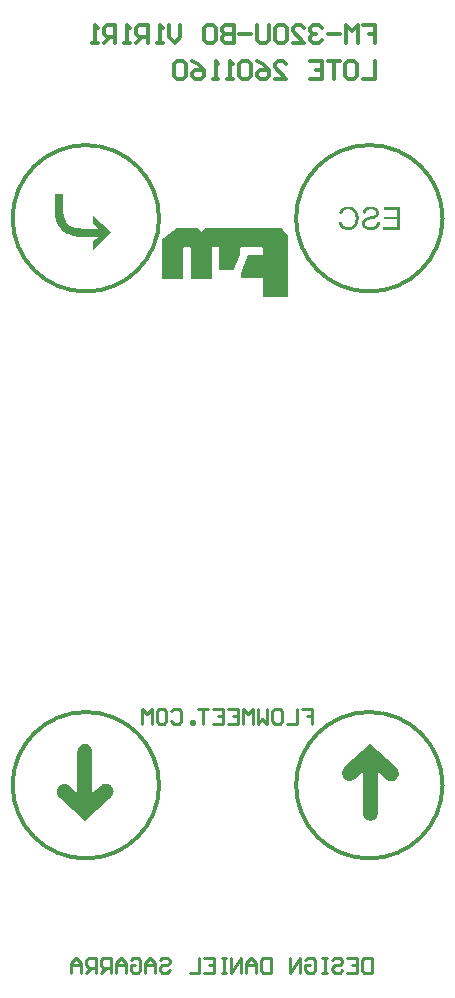
<source format=gbo>
G04*
G04 #@! TF.GenerationSoftware,Altium Limited,Altium Designer,21.4.1 (30)*
G04*
G04 Layer_Color=32896*
%FSLAX25Y25*%
%MOIN*%
G70*
G04*
G04 #@! TF.SameCoordinates,2C669462-4CAA-4C00-817C-2A90AA7F7E81*
G04*
G04*
G04 #@! TF.FilePolarity,Positive*
G04*
G01*
G75*
%ADD10C,0.01181*%
%ADD12C,0.00984*%
G36*
X-7405Y91092D02*
X-7632D01*
Y91054D01*
X-7670D01*
Y91016D01*
X-7708D01*
Y90978D01*
X-7746D01*
Y90940D01*
X-7784D01*
Y90903D01*
X-7822D01*
Y90865D01*
X-7859D01*
Y90827D01*
X-7897D01*
Y90789D01*
X-7935D01*
Y90751D01*
X-7973D01*
Y90714D01*
X-8011D01*
Y90676D01*
X-8049D01*
Y90638D01*
X-8087D01*
Y90600D01*
X-8124D01*
Y90562D01*
X-8162D01*
Y90524D01*
X-8200D01*
Y90487D01*
X-8238D01*
Y90449D01*
X-8276D01*
Y90411D01*
X-8314D01*
Y90373D01*
X-8351D01*
Y90335D01*
X-8389D01*
Y90297D01*
X-8465D01*
Y90259D01*
X-8503D01*
Y90222D01*
X-8541D01*
Y90184D01*
X-8578D01*
Y90146D01*
X-8616D01*
Y90108D01*
X-8654D01*
Y90070D01*
X-8692D01*
Y90032D01*
X-8730D01*
Y89995D01*
X-8805D01*
Y90032D01*
X-8843D01*
Y90070D01*
X-8881D01*
Y90108D01*
X-8919D01*
Y90146D01*
X-8957D01*
Y90184D01*
X-8995D01*
Y90222D01*
X-9032D01*
Y90259D01*
X-9070D01*
Y90297D01*
X-9108D01*
Y90335D01*
X-9146D01*
Y90373D01*
X-9184D01*
Y90411D01*
X-9222D01*
Y90449D01*
X-9260D01*
Y90487D01*
X-9297D01*
Y90524D01*
X-9335D01*
Y90562D01*
X-9373D01*
Y90600D01*
X-9411D01*
Y90638D01*
X-9449D01*
Y90676D01*
X-9487D01*
Y90714D01*
X-9562D01*
Y90751D01*
X-9600D01*
Y90789D01*
X-9638D01*
Y90827D01*
X-9676D01*
Y90865D01*
X-9713D01*
Y90903D01*
X-9751D01*
Y90940D01*
X-9789D01*
Y90978D01*
X-9827D01*
Y91016D01*
X-9865D01*
Y91054D01*
X-9903D01*
Y91092D01*
X-17205D01*
Y91054D01*
X-17243D01*
Y91016D01*
X-17281D01*
Y90978D01*
X-17357D01*
Y90940D01*
X-17395D01*
Y90903D01*
X-17432D01*
Y90865D01*
X-17470D01*
Y90827D01*
X-17546D01*
Y90789D01*
X-17584D01*
Y90751D01*
X-17622D01*
Y90714D01*
X-17660D01*
Y90676D01*
X-17735D01*
Y90638D01*
X-17773D01*
Y90600D01*
X-17811D01*
Y90562D01*
X-17849D01*
Y90524D01*
X-17924D01*
Y90487D01*
X-17962D01*
Y90449D01*
X-18000D01*
Y90411D01*
X-18038D01*
Y90373D01*
X-18113D01*
Y90335D01*
X-18151D01*
Y90297D01*
X-18189D01*
Y90259D01*
X-18227D01*
Y90222D01*
X-18303D01*
Y90184D01*
X-18340D01*
Y90146D01*
X-18378D01*
Y90108D01*
X-18416D01*
Y90070D01*
X-18492D01*
Y90032D01*
X-18530D01*
Y89995D01*
X-18568D01*
Y89957D01*
X-18605D01*
Y89919D01*
X-18681D01*
Y89881D01*
X-18719D01*
Y89843D01*
X-18757D01*
Y89805D01*
X-18795D01*
Y89768D01*
X-18870D01*
Y89730D01*
X-18908D01*
Y89692D01*
X-18946D01*
Y89654D01*
X-18984D01*
Y89616D01*
X-19060D01*
Y89578D01*
X-19097D01*
Y89540D01*
X-19135D01*
Y89503D01*
X-19173D01*
Y89465D01*
X-19249D01*
Y89427D01*
X-19286D01*
Y89389D01*
X-19324D01*
Y89351D01*
X-19400D01*
Y89314D01*
X-19438D01*
Y89276D01*
X-19476D01*
Y89238D01*
X-19513D01*
Y89200D01*
X-19589D01*
Y89162D01*
X-19627D01*
Y89124D01*
X-19665D01*
Y89087D01*
X-19703D01*
Y89049D01*
X-19778D01*
Y89011D01*
X-19816D01*
Y88973D01*
X-19854D01*
Y88935D01*
X-19892D01*
Y88897D01*
X-19968D01*
Y88859D01*
X-20005D01*
Y88822D01*
X-20043D01*
Y88784D01*
X-20081D01*
Y88746D01*
X-20157D01*
Y88708D01*
X-20195D01*
Y88670D01*
X-20232D01*
Y88632D01*
X-20270D01*
Y88595D01*
X-20346D01*
Y88557D01*
X-20384D01*
Y88519D01*
X-20422D01*
Y88481D01*
X-20459D01*
Y88443D01*
X-20535D01*
Y88405D01*
X-20573D01*
Y88368D01*
X-20611D01*
Y88330D01*
X-20649D01*
Y88292D01*
X-20724D01*
Y88254D01*
X-20762D01*
Y88216D01*
X-20800D01*
Y88178D01*
X-20838D01*
Y88140D01*
X-20913D01*
Y88103D01*
X-20951D01*
Y88065D01*
X-20989D01*
Y88027D01*
X-21027D01*
Y87989D01*
X-21103D01*
Y87951D01*
X-21140D01*
Y87914D01*
X-21178D01*
Y87876D01*
X-21216D01*
Y87838D01*
X-21292D01*
Y87800D01*
X-21330D01*
Y87762D01*
X-21368D01*
Y87724D01*
X-21405D01*
Y87687D01*
X-21481D01*
Y87649D01*
X-21519D01*
Y87611D01*
X-21557D01*
Y87573D01*
X-21632D01*
Y87535D01*
X-21670D01*
Y87497D01*
X-21708D01*
Y87459D01*
X-21746D01*
Y87422D01*
X-21784D01*
Y74216D01*
X-14822D01*
Y74254D01*
X-14784D01*
Y84546D01*
X-14746D01*
Y84584D01*
X-14708D01*
Y84622D01*
X-14670D01*
Y84659D01*
X-14632D01*
Y84697D01*
X-14595D01*
Y84735D01*
X-14557D01*
Y84773D01*
X-14519D01*
Y84811D01*
X-14481D01*
Y84849D01*
X-14443D01*
Y84886D01*
X-14405D01*
Y84924D01*
X-14368D01*
Y85000D01*
X-12741D01*
Y84962D01*
X-12703D01*
Y84924D01*
X-12665D01*
Y84886D01*
X-12627D01*
Y84849D01*
X-12589D01*
Y84811D01*
X-12551D01*
Y84773D01*
X-12514D01*
Y84735D01*
X-12476D01*
Y84697D01*
X-12438D01*
Y84659D01*
X-12400D01*
Y84622D01*
X-12362D01*
Y84584D01*
X-12324D01*
Y84546D01*
X-12286D01*
Y84508D01*
X-12249D01*
Y74216D01*
X-5324D01*
Y84508D01*
X-5286D01*
Y84546D01*
X-5249D01*
Y84584D01*
X-5211D01*
Y84622D01*
X-5173D01*
Y84659D01*
X-5135D01*
Y84697D01*
X-5097D01*
Y84735D01*
X-5060D01*
Y84773D01*
X-5022D01*
Y84811D01*
X-4984D01*
Y84849D01*
X-4946D01*
Y84886D01*
X-4908D01*
Y84924D01*
X-4870D01*
Y84962D01*
X-4832D01*
Y85000D01*
X-3168D01*
Y84962D01*
X-3130D01*
Y84924D01*
X-3092D01*
Y84886D01*
X-3054D01*
Y84849D01*
X-3016D01*
Y84811D01*
X-2978D01*
Y84773D01*
X-2941D01*
Y84735D01*
X-2903D01*
Y84697D01*
X-2865D01*
Y84659D01*
X-2827D01*
Y84622D01*
X-2789D01*
Y84584D01*
X-2751D01*
Y84546D01*
X-2713D01*
Y77281D01*
X2016D01*
Y77319D01*
X2054D01*
Y77432D01*
X2092D01*
Y77508D01*
X2130D01*
Y77622D01*
X2168D01*
Y77697D01*
X2205D01*
Y77773D01*
X2243D01*
Y77886D01*
X2281D01*
Y77962D01*
X2319D01*
Y78038D01*
X2357D01*
Y78151D01*
X2395D01*
Y78227D01*
X2432D01*
Y78341D01*
X2470D01*
Y78416D01*
X2508D01*
Y78492D01*
X2546D01*
Y78605D01*
X2584D01*
Y78681D01*
X2622D01*
Y78757D01*
X2659D01*
Y78870D01*
X2697D01*
Y78946D01*
X2735D01*
Y79022D01*
X2773D01*
Y79135D01*
X2811D01*
Y79211D01*
X2849D01*
Y79324D01*
X2887D01*
Y79400D01*
X2924D01*
Y79476D01*
X2962D01*
Y79589D01*
X3000D01*
Y79665D01*
X3038D01*
Y79741D01*
X3076D01*
Y79854D01*
X3114D01*
Y79930D01*
X3151D01*
Y80043D01*
X3189D01*
Y80119D01*
X3227D01*
Y80195D01*
X3265D01*
Y80308D01*
X3303D01*
Y80384D01*
X3340D01*
Y80459D01*
X3378D01*
Y80573D01*
X3416D01*
Y80649D01*
X3454D01*
Y80762D01*
X3492D01*
Y80838D01*
X3530D01*
Y80914D01*
X3568D01*
Y81027D01*
X3605D01*
Y81103D01*
X3643D01*
Y81178D01*
X3681D01*
Y81292D01*
X3719D01*
Y81368D01*
X3757D01*
Y81481D01*
X3795D01*
Y81557D01*
X3832D01*
Y81632D01*
X3870D01*
Y81746D01*
X3908D01*
Y81822D01*
X3946D01*
Y81897D01*
X3984D01*
Y82011D01*
X4022D01*
Y82086D01*
X4059D01*
Y82162D01*
X4097D01*
Y82276D01*
X4135D01*
Y82351D01*
X4173D01*
Y84395D01*
X4211D01*
Y84432D01*
X4249D01*
Y84470D01*
X4287D01*
Y84508D01*
X4324D01*
Y84546D01*
X4362D01*
Y84584D01*
X4400D01*
Y84622D01*
X4438D01*
Y84659D01*
X4476D01*
Y84697D01*
X4513D01*
Y84735D01*
X4551D01*
Y84773D01*
X4589D01*
Y84811D01*
X4627D01*
Y84849D01*
X4665D01*
Y84886D01*
X4703D01*
Y84924D01*
X4741D01*
Y84962D01*
X4778D01*
Y85000D01*
X11362D01*
Y84962D01*
X11400D01*
Y84924D01*
X11438D01*
Y84886D01*
X11476D01*
Y84849D01*
X11513D01*
Y84811D01*
X11551D01*
Y84773D01*
X11589D01*
Y84735D01*
X11627D01*
Y84697D01*
X11665D01*
Y84659D01*
X11703D01*
Y84622D01*
X11740D01*
Y84584D01*
X11778D01*
Y84508D01*
X11816D01*
Y84470D01*
X11854D01*
Y84432D01*
X11892D01*
Y84395D01*
X11930D01*
Y82351D01*
X6822D01*
Y82314D01*
X6784D01*
Y82200D01*
X6746D01*
Y82124D01*
X6708D01*
Y82011D01*
X6670D01*
Y81897D01*
X6632D01*
Y81822D01*
X6595D01*
Y81708D01*
X6557D01*
Y81632D01*
X6519D01*
Y81519D01*
X6481D01*
Y81405D01*
X6443D01*
Y81330D01*
X6405D01*
Y81216D01*
X6368D01*
Y81141D01*
X6330D01*
Y81027D01*
X6292D01*
Y80914D01*
X6254D01*
Y80838D01*
X6216D01*
Y80724D01*
X6178D01*
Y80649D01*
X6140D01*
Y80535D01*
X6103D01*
Y80422D01*
X6065D01*
Y80346D01*
X6027D01*
Y80232D01*
X5989D01*
Y80157D01*
X5951D01*
Y80043D01*
X5914D01*
Y79930D01*
X5876D01*
Y79854D01*
X5838D01*
Y79741D01*
X5800D01*
Y79627D01*
X5762D01*
Y79551D01*
X5724D01*
Y79438D01*
X5686D01*
Y79362D01*
X5649D01*
Y79249D01*
X5611D01*
Y79135D01*
X5573D01*
Y79059D01*
X5535D01*
Y78946D01*
X5497D01*
Y78870D01*
X5459D01*
Y78757D01*
X5422D01*
Y78643D01*
X5384D01*
Y78568D01*
X5346D01*
Y78454D01*
X5308D01*
Y78378D01*
X5270D01*
Y78265D01*
X5232D01*
Y78151D01*
X5195D01*
Y78076D01*
X5157D01*
Y77962D01*
X5119D01*
Y77886D01*
X5081D01*
Y77773D01*
X5043D01*
Y77659D01*
X5005D01*
Y77584D01*
X4968D01*
Y77470D01*
X4930D01*
Y77395D01*
X4892D01*
Y77281D01*
X4854D01*
Y77168D01*
X4816D01*
Y77092D01*
X4778D01*
Y76978D01*
X4741D01*
Y76903D01*
X4703D01*
Y76789D01*
X4665D01*
Y76676D01*
X4627D01*
Y76600D01*
X4589D01*
Y76486D01*
X4551D01*
Y74557D01*
X4589D01*
Y74519D01*
X11854D01*
Y68276D01*
X20178D01*
Y88632D01*
X20141D01*
Y88670D01*
X20103D01*
Y88708D01*
X20065D01*
Y88784D01*
X20027D01*
Y88822D01*
X19989D01*
Y88859D01*
X19951D01*
Y88897D01*
X19914D01*
Y88935D01*
X19876D01*
Y88973D01*
X19838D01*
Y89049D01*
X19800D01*
Y89087D01*
X19762D01*
Y89124D01*
X19724D01*
Y89162D01*
X19687D01*
Y89200D01*
X19649D01*
Y89238D01*
X19611D01*
Y89314D01*
X19573D01*
Y89351D01*
X19535D01*
Y89389D01*
X19497D01*
Y89427D01*
X19459D01*
Y89465D01*
X19422D01*
Y89540D01*
X19384D01*
Y89578D01*
X19346D01*
Y89616D01*
X19308D01*
Y89654D01*
X19270D01*
Y89692D01*
X19232D01*
Y89730D01*
X19195D01*
Y89805D01*
X19157D01*
Y89843D01*
X19119D01*
Y89881D01*
X19081D01*
Y89919D01*
X19043D01*
Y89957D01*
X19005D01*
Y89995D01*
X18968D01*
Y90070D01*
X18930D01*
Y90108D01*
X18892D01*
Y90146D01*
X18854D01*
Y90184D01*
X18816D01*
Y90222D01*
X18778D01*
Y90297D01*
X18741D01*
Y90335D01*
X18703D01*
Y90373D01*
X18665D01*
Y90411D01*
X18627D01*
Y90449D01*
X18589D01*
Y90487D01*
X18551D01*
Y90562D01*
X18514D01*
Y90600D01*
X18476D01*
Y90638D01*
X18438D01*
Y90676D01*
X18400D01*
Y90714D01*
X18362D01*
Y90751D01*
X18324D01*
Y90827D01*
X18286D01*
Y90865D01*
X18249D01*
Y90903D01*
X18211D01*
Y90940D01*
X18173D01*
Y90978D01*
X18135D01*
Y91016D01*
X18097D01*
Y91092D01*
X-7368D01*
X-7405D01*
D02*
G37*
G36*
X-54803Y97287D02*
Y96686D01*
X-54748Y96139D01*
X-54638Y95647D01*
X-54584Y95209D01*
X-54474Y94881D01*
X-54365Y94608D01*
X-54310Y94444D01*
Y94389D01*
X-53928Y93569D01*
X-53709Y93241D01*
X-53545Y92967D01*
X-53326Y92749D01*
X-53217Y92585D01*
X-53107Y92475D01*
X-53053Y92421D01*
X-52397Y91983D01*
X-51686Y91655D01*
X-51412Y91546D01*
X-51194Y91436D01*
X-51030Y91382D01*
X-50975D01*
X-49991Y91218D01*
X-49553Y91108D01*
X-49061D01*
X-48678Y91054D01*
X-42882D01*
X-44796Y92475D01*
Y95319D01*
X-39000Y89796D01*
Y89468D01*
X-44796Y84000D01*
Y86789D01*
X-42828Y88265D01*
X-48132D01*
X-49499Y88320D01*
X-50100Y88374D01*
X-50592Y88484D01*
X-51030Y88538D01*
X-51412Y88593D01*
X-51631Y88648D01*
X-51686D01*
X-52287Y88812D01*
X-52889Y89085D01*
X-53381Y89304D01*
X-53818Y89577D01*
X-54201Y89796D01*
X-54474Y89960D01*
X-54638Y90070D01*
X-54693Y90124D01*
X-55185Y90562D01*
X-55568Y90999D01*
X-55951Y91491D01*
X-56224Y91929D01*
X-56443Y92311D01*
X-56607Y92639D01*
X-56716Y92858D01*
X-56771Y92913D01*
X-57044Y93624D01*
X-57263Y94335D01*
X-57372Y95045D01*
X-57482Y95756D01*
X-57537Y96303D01*
X-57591Y96795D01*
Y97123D01*
Y97178D01*
Y97233D01*
Y102536D01*
X-54803D01*
Y97287D01*
D02*
G37*
G36*
X55702Y-88038D02*
X55774Y-88111D01*
X55920Y-88257D01*
X56139Y-88512D01*
X56394Y-88803D01*
X56649Y-89204D01*
X56868Y-89605D01*
X57014Y-90043D01*
X57087Y-90480D01*
Y-90626D01*
X57050Y-90808D01*
X57014Y-91027D01*
X56904Y-91282D01*
X56795Y-91573D01*
X56613Y-91901D01*
X56394Y-92193D01*
X56358Y-92229D01*
X56285Y-92339D01*
X56139Y-92485D01*
X55957Y-92630D01*
X55702Y-92813D01*
X55410Y-92958D01*
X55045Y-93068D01*
X54645Y-93104D01*
X54608D01*
X54462D01*
X54243Y-93068D01*
X53988Y-93031D01*
X53660Y-92922D01*
X53369Y-92813D01*
X53077Y-92630D01*
X52785Y-92412D01*
X50015Y-90006D01*
Y-104039D01*
X49979Y-104222D01*
X49942Y-104477D01*
X49833Y-104732D01*
X49724Y-105024D01*
X49542Y-105315D01*
X49323Y-105607D01*
X49286Y-105643D01*
X49177Y-105716D01*
X48995Y-105862D01*
X48776Y-106008D01*
X48484Y-106117D01*
X48156Y-106226D01*
X47755Y-106299D01*
X47355D01*
X47318D01*
X47209Y-106263D01*
X47026Y-106226D01*
X46808Y-106153D01*
X46334Y-105971D01*
X46079Y-105789D01*
X45860Y-105607D01*
X45824Y-105570D01*
X45751Y-105497D01*
X45641Y-105315D01*
X45496Y-105133D01*
X45350Y-104878D01*
X45240Y-104586D01*
X45131Y-104222D01*
X45058Y-103857D01*
Y-90006D01*
X42507Y-92302D01*
X42470Y-92339D01*
X42324Y-92412D01*
X42142Y-92558D01*
X41887Y-92703D01*
X41559Y-92849D01*
X41231Y-92995D01*
X40903Y-93068D01*
X40538Y-93104D01*
X40502D01*
X40393Y-93068D01*
X40210Y-93031D01*
X39992Y-92958D01*
X39736Y-92849D01*
X39445Y-92667D01*
X39117Y-92448D01*
X38825Y-92193D01*
X38789Y-92157D01*
X38752Y-92084D01*
X38679Y-91938D01*
X38570Y-91756D01*
X38461Y-91537D01*
X38315Y-91282D01*
X38133Y-90699D01*
Y-90480D01*
X38169Y-90188D01*
X38206Y-89860D01*
X38351Y-89459D01*
X38534Y-89022D01*
X38862Y-88585D01*
X39263Y-88147D01*
X47610Y-80748D01*
X55702Y-88038D01*
D02*
G37*
G36*
X-46930Y-80782D02*
X-46602Y-80891D01*
X-46311Y-81000D01*
X-46092Y-81146D01*
X-45910Y-81292D01*
X-45800Y-81365D01*
X-45764Y-81401D01*
X-45545Y-81693D01*
X-45363Y-81984D01*
X-45254Y-82276D01*
X-45144Y-82531D01*
X-45108Y-82786D01*
X-45071Y-82969D01*
Y-97002D01*
X-42301Y-94596D01*
X-42009Y-94377D01*
X-41718Y-94195D01*
X-41426Y-94086D01*
X-41098Y-93976D01*
X-40843Y-93940D01*
X-40624Y-93904D01*
X-40479D01*
X-40442D01*
X-40041Y-93940D01*
X-39677Y-94049D01*
X-39385Y-94195D01*
X-39130Y-94377D01*
X-38948Y-94523D01*
X-38802Y-94669D01*
X-38729Y-94778D01*
X-38693Y-94815D01*
X-38474Y-95106D01*
X-38292Y-95434D01*
X-38182Y-95726D01*
X-38073Y-95981D01*
X-38037Y-96200D01*
X-38000Y-96382D01*
Y-96528D01*
X-38073Y-96965D01*
X-38219Y-97403D01*
X-38437Y-97804D01*
X-38693Y-98205D01*
X-38948Y-98496D01*
X-39166Y-98751D01*
X-39312Y-98897D01*
X-39385Y-98970D01*
X-47477Y-106260D01*
X-55824Y-98861D01*
X-56225Y-98423D01*
X-56553Y-97986D01*
X-56735Y-97549D01*
X-56881Y-97148D01*
X-56918Y-96820D01*
X-56954Y-96528D01*
Y-96309D01*
X-56772Y-95726D01*
X-56626Y-95471D01*
X-56517Y-95252D01*
X-56407Y-95070D01*
X-56334Y-94924D01*
X-56298Y-94851D01*
X-56261Y-94815D01*
X-55970Y-94560D01*
X-55642Y-94341D01*
X-55350Y-94159D01*
X-55095Y-94049D01*
X-54876Y-93976D01*
X-54694Y-93940D01*
X-54585Y-93904D01*
X-54548D01*
X-54184Y-93940D01*
X-53856Y-94013D01*
X-53528Y-94159D01*
X-53200Y-94305D01*
X-52944Y-94450D01*
X-52762Y-94596D01*
X-52617Y-94669D01*
X-52580Y-94705D01*
X-50029Y-97002D01*
Y-83151D01*
X-49956Y-82786D01*
X-49846Y-82422D01*
X-49737Y-82130D01*
X-49591Y-81875D01*
X-49445Y-81693D01*
X-49336Y-81511D01*
X-49263Y-81438D01*
X-49227Y-81401D01*
X-49008Y-81219D01*
X-48753Y-81037D01*
X-48279Y-80854D01*
X-48060Y-80782D01*
X-47878Y-80745D01*
X-47769Y-80709D01*
X-47732D01*
X-47331D01*
X-46930Y-80782D01*
D02*
G37*
G36*
X40489Y98379D02*
X40839Y98325D01*
X41145Y98259D01*
X41287Y98215D01*
X41418Y98172D01*
X41539Y98128D01*
X41648Y98084D01*
X41735Y98051D01*
X41823Y98019D01*
X41877Y97986D01*
X41921Y97964D01*
X41954Y97953D01*
X41965Y97942D01*
X42260Y97756D01*
X42511Y97538D01*
X42730Y97319D01*
X42916Y97101D01*
X43058Y96904D01*
X43112Y96816D01*
X43156Y96740D01*
X43200Y96685D01*
X43222Y96641D01*
X43233Y96609D01*
X43244Y96598D01*
X43397Y96259D01*
X43506Y95909D01*
X43582Y95559D01*
X43637Y95242D01*
X43659Y95100D01*
X43670Y94958D01*
X43681Y94849D01*
Y94740D01*
X43692Y94663D01*
Y94598D01*
Y94554D01*
Y94543D01*
X43670Y94149D01*
X43626Y93767D01*
X43572Y93428D01*
X43528Y93264D01*
X43495Y93122D01*
X43462Y92991D01*
X43419Y92871D01*
X43386Y92761D01*
X43364Y92674D01*
X43331Y92608D01*
X43320Y92554D01*
X43298Y92521D01*
Y92510D01*
X43134Y92182D01*
X42949Y91887D01*
X42752Y91636D01*
X42654Y91537D01*
X42566Y91439D01*
X42479Y91351D01*
X42391Y91275D01*
X42315Y91209D01*
X42249Y91166D01*
X42205Y91122D01*
X42162Y91089D01*
X42140Y91078D01*
X42129Y91067D01*
X41976Y90980D01*
X41823Y90903D01*
X41495Y90783D01*
X41167Y90696D01*
X40850Y90641D01*
X40697Y90619D01*
X40566Y90597D01*
X40446Y90586D01*
X40347D01*
X40260Y90575D01*
X40140D01*
X39921Y90586D01*
X39713Y90608D01*
X39517Y90630D01*
X39331Y90674D01*
X39156Y90728D01*
X38992Y90783D01*
X38839Y90838D01*
X38697Y90903D01*
X38577Y90958D01*
X38456Y91013D01*
X38369Y91067D01*
X38282Y91122D01*
X38227Y91166D01*
X38172Y91187D01*
X38150Y91209D01*
X38139Y91220D01*
X37986Y91351D01*
X37855Y91482D01*
X37735Y91636D01*
X37615Y91789D01*
X37418Y92094D01*
X37265Y92401D01*
X37199Y92543D01*
X37145Y92674D01*
X37101Y92794D01*
X37068Y92892D01*
X37036Y92980D01*
X37014Y93045D01*
X37003Y93089D01*
Y93100D01*
X38008Y93352D01*
X38052Y93177D01*
X38107Y93013D01*
X38161Y92860D01*
X38216Y92717D01*
X38282Y92586D01*
X38347Y92477D01*
X38424Y92368D01*
X38489Y92269D01*
X38544Y92182D01*
X38609Y92116D01*
X38664Y92051D01*
X38708Y91996D01*
X38752Y91963D01*
X38784Y91931D01*
X38795Y91920D01*
X38806Y91909D01*
X38915Y91821D01*
X39036Y91756D01*
X39276Y91636D01*
X39506Y91548D01*
X39735Y91493D01*
X39932Y91450D01*
X40008Y91439D01*
X40085D01*
X40150Y91428D01*
X40227D01*
X40478Y91439D01*
X40719Y91482D01*
X40938Y91537D01*
X41134Y91603D01*
X41287Y91668D01*
X41353Y91701D01*
X41407Y91723D01*
X41451Y91745D01*
X41484Y91767D01*
X41506Y91777D01*
X41517D01*
X41724Y91931D01*
X41899Y92094D01*
X42052Y92280D01*
X42173Y92455D01*
X42271Y92608D01*
X42336Y92739D01*
X42358Y92794D01*
X42380Y92827D01*
X42391Y92849D01*
Y92860D01*
X42479Y93144D01*
X42544Y93428D01*
X42599Y93712D01*
X42632Y93975D01*
X42643Y94095D01*
X42654Y94204D01*
Y94302D01*
X42664Y94379D01*
Y94445D01*
Y94499D01*
Y94532D01*
Y94543D01*
X42654Y94827D01*
X42632Y95089D01*
X42588Y95330D01*
X42544Y95548D01*
X42511Y95734D01*
X42489Y95811D01*
X42468Y95876D01*
X42457Y95931D01*
X42446Y95964D01*
X42435Y95986D01*
Y95996D01*
X42326Y96248D01*
X42205Y96477D01*
X42074Y96663D01*
X41932Y96827D01*
X41812Y96958D01*
X41714Y97046D01*
X41637Y97101D01*
X41626Y97122D01*
X41615D01*
X41386Y97264D01*
X41134Y97374D01*
X40894Y97450D01*
X40664Y97494D01*
X40457Y97527D01*
X40369Y97538D01*
X40293D01*
X40238Y97549D01*
X40150D01*
X39877Y97538D01*
X39626Y97494D01*
X39418Y97428D01*
X39232Y97363D01*
X39090Y97286D01*
X38981Y97232D01*
X38915Y97188D01*
X38894Y97166D01*
X38719Y97002D01*
X38555Y96816D01*
X38424Y96619D01*
X38314Y96423D01*
X38227Y96248D01*
X38194Y96161D01*
X38172Y96095D01*
X38150Y96040D01*
X38129Y95996D01*
X38118Y95975D01*
Y95964D01*
X37134Y96193D01*
X37199Y96390D01*
X37265Y96565D01*
X37352Y96729D01*
X37429Y96893D01*
X37516Y97035D01*
X37615Y97166D01*
X37702Y97297D01*
X37790Y97407D01*
X37877Y97494D01*
X37954Y97581D01*
X38030Y97658D01*
X38085Y97712D01*
X38139Y97767D01*
X38183Y97800D01*
X38205Y97811D01*
X38216Y97822D01*
X38369Y97920D01*
X38522Y98019D01*
X38675Y98095D01*
X38839Y98161D01*
X39167Y98259D01*
X39462Y98325D01*
X39604Y98357D01*
X39724Y98368D01*
X39845Y98379D01*
X39943Y98390D01*
X40019Y98401D01*
X40129D01*
X40489Y98379D01*
D02*
G37*
G36*
X57486Y90706D02*
X51835D01*
Y91603D01*
X56480D01*
Y94171D01*
X52294D01*
Y95068D01*
X56480D01*
Y97374D01*
X52010D01*
Y98270D01*
X57486D01*
Y90706D01*
D02*
G37*
G36*
X48129Y98390D02*
X48381Y98357D01*
X48621Y98314D01*
X48829Y98270D01*
X48993Y98226D01*
X49069Y98204D01*
X49124Y98182D01*
X49168Y98161D01*
X49201Y98150D01*
X49222Y98139D01*
X49233D01*
X49452Y98030D01*
X49649Y97909D01*
X49813Y97778D01*
X49944Y97658D01*
X50042Y97549D01*
X50119Y97461D01*
X50173Y97396D01*
X50184Y97385D01*
Y97374D01*
X50294Y97188D01*
X50370Y97002D01*
X50425Y96816D01*
X50458Y96652D01*
X50479Y96510D01*
X50501Y96401D01*
Y96357D01*
Y96324D01*
Y96314D01*
Y96303D01*
X50490Y96117D01*
X50458Y95942D01*
X50414Y95778D01*
X50370Y95636D01*
X50326Y95526D01*
X50283Y95439D01*
X50250Y95385D01*
X50239Y95363D01*
X50130Y95210D01*
X49999Y95068D01*
X49867Y94947D01*
X49736Y94849D01*
X49627Y94761D01*
X49529Y94707D01*
X49463Y94663D01*
X49452Y94652D01*
X49441D01*
X49354Y94608D01*
X49255Y94565D01*
X49037Y94488D01*
X48785Y94412D01*
X48545Y94335D01*
X48326Y94270D01*
X48228Y94248D01*
X48140Y94226D01*
X48075Y94204D01*
X48020Y94193D01*
X47987Y94182D01*
X47976D01*
X47791Y94138D01*
X47616Y94095D01*
X47463Y94051D01*
X47332Y94018D01*
X47200Y93985D01*
X47091Y93953D01*
X46993Y93931D01*
X46916Y93898D01*
X46840Y93876D01*
X46785Y93865D01*
X46698Y93832D01*
X46643Y93822D01*
X46632Y93810D01*
X46468Y93745D01*
X46326Y93668D01*
X46206Y93592D01*
X46118Y93526D01*
X46042Y93461D01*
X45998Y93417D01*
X45965Y93384D01*
X45954Y93373D01*
X45878Y93275D01*
X45823Y93166D01*
X45790Y93056D01*
X45758Y92969D01*
X45747Y92882D01*
X45736Y92816D01*
Y92761D01*
Y92750D01*
X45747Y92619D01*
X45768Y92499D01*
X45801Y92390D01*
X45845Y92302D01*
X45889Y92215D01*
X45922Y92160D01*
X45943Y92116D01*
X45954Y92105D01*
X46042Y91996D01*
X46151Y91909D01*
X46260Y91832D01*
X46359Y91756D01*
X46457Y91712D01*
X46534Y91668D01*
X46588Y91646D01*
X46610Y91636D01*
X46774Y91581D01*
X46949Y91537D01*
X47124Y91515D01*
X47277Y91493D01*
X47408Y91482D01*
X47517Y91471D01*
X47616D01*
X47856Y91482D01*
X48075Y91504D01*
X48272Y91537D01*
X48446Y91581D01*
X48588Y91624D01*
X48698Y91657D01*
X48731Y91668D01*
X48763Y91679D01*
X48774Y91690D01*
X48785D01*
X48960Y91777D01*
X49124Y91876D01*
X49244Y91974D01*
X49354Y92073D01*
X49441Y92149D01*
X49496Y92226D01*
X49529Y92269D01*
X49539Y92280D01*
X49616Y92422D01*
X49692Y92575D01*
X49736Y92739D01*
X49780Y92882D01*
X49813Y93024D01*
X49834Y93122D01*
Y93166D01*
X49845Y93199D01*
Y93209D01*
Y93220D01*
X50785Y93133D01*
X50763Y92860D01*
X50720Y92597D01*
X50654Y92368D01*
X50578Y92160D01*
X50501Y91996D01*
X50468Y91931D01*
X50447Y91876D01*
X50414Y91832D01*
X50403Y91799D01*
X50381Y91777D01*
Y91767D01*
X50217Y91559D01*
X50042Y91373D01*
X49856Y91220D01*
X49681Y91089D01*
X49529Y90991D01*
X49397Y90925D01*
X49354Y90903D01*
X49321Y90881D01*
X49299Y90870D01*
X49288D01*
X49015Y90772D01*
X48731Y90696D01*
X48446Y90652D01*
X48173Y90608D01*
X48042Y90597D01*
X47933Y90586D01*
X47834D01*
X47747Y90575D01*
X47572D01*
X47277Y90586D01*
X47004Y90619D01*
X46752Y90674D01*
X46545Y90728D01*
X46370Y90772D01*
X46293Y90805D01*
X46228Y90827D01*
X46184Y90848D01*
X46151Y90859D01*
X46129Y90870D01*
X46118D01*
X45889Y90991D01*
X45692Y91122D01*
X45517Y91264D01*
X45375Y91395D01*
X45266Y91504D01*
X45189Y91603D01*
X45135Y91668D01*
X45124Y91679D01*
Y91690D01*
X45003Y91898D01*
X44916Y92094D01*
X44861Y92280D01*
X44818Y92455D01*
X44796Y92608D01*
X44774Y92729D01*
Y92772D01*
Y92805D01*
Y92816D01*
Y92827D01*
X44785Y93045D01*
X44818Y93253D01*
X44872Y93439D01*
X44927Y93592D01*
X44993Y93723D01*
X45036Y93822D01*
X45080Y93876D01*
X45091Y93898D01*
X45222Y94062D01*
X45375Y94215D01*
X45539Y94346D01*
X45703Y94466D01*
X45845Y94554D01*
X45965Y94619D01*
X46009Y94641D01*
X46042Y94663D01*
X46064Y94674D01*
X46075D01*
X46162Y94718D01*
X46271Y94750D01*
X46392Y94794D01*
X46523Y94838D01*
X46796Y94915D01*
X47080Y94991D01*
X47211Y95024D01*
X47332Y95057D01*
X47452Y95089D01*
X47550Y95111D01*
X47627Y95133D01*
X47692Y95144D01*
X47736Y95155D01*
X47747D01*
X47965Y95210D01*
X48162Y95253D01*
X48337Y95308D01*
X48490Y95352D01*
X48632Y95406D01*
X48752Y95450D01*
X48862Y95494D01*
X48960Y95526D01*
X49037Y95570D01*
X49102Y95603D01*
X49146Y95625D01*
X49190Y95658D01*
X49244Y95691D01*
X49255Y95701D01*
X49354Y95811D01*
X49419Y95920D01*
X49474Y96029D01*
X49507Y96139D01*
X49529Y96226D01*
X49539Y96303D01*
Y96346D01*
Y96368D01*
X49518Y96543D01*
X49474Y96696D01*
X49408Y96827D01*
X49332Y96947D01*
X49266Y97035D01*
X49201Y97111D01*
X49157Y97155D01*
X49135Y97166D01*
X49047Y97221D01*
X48960Y97275D01*
X48752Y97363D01*
X48534Y97417D01*
X48315Y97461D01*
X48118Y97483D01*
X48031Y97494D01*
X47965Y97505D01*
X47813D01*
X47506Y97494D01*
X47233Y97450D01*
X47015Y97385D01*
X46829Y97319D01*
X46687Y97254D01*
X46577Y97188D01*
X46523Y97144D01*
X46501Y97133D01*
X46348Y96980D01*
X46228Y96816D01*
X46129Y96641D01*
X46064Y96466D01*
X46020Y96303D01*
X45987Y96182D01*
X45976Y96128D01*
X45965Y96095D01*
Y96073D01*
Y96062D01*
X45003Y96139D01*
X45025Y96379D01*
X45080Y96598D01*
X45135Y96805D01*
X45211Y96980D01*
X45277Y97122D01*
X45331Y97232D01*
X45353Y97264D01*
X45375Y97297D01*
X45386Y97308D01*
Y97319D01*
X45528Y97505D01*
X45681Y97669D01*
X45845Y97811D01*
X46009Y97920D01*
X46151Y98019D01*
X46260Y98073D01*
X46304Y98095D01*
X46337Y98117D01*
X46359Y98128D01*
X46370D01*
X46610Y98215D01*
X46872Y98281D01*
X47113Y98336D01*
X47343Y98368D01*
X47550Y98390D01*
X47627D01*
X47703Y98401D01*
X47845D01*
X48129Y98390D01*
D02*
G37*
D10*
X-22835Y-94488D02*
G03*
X-22835Y-94488I-24409J0D01*
G01*
X71653D02*
G03*
X71653Y-94488I-24409J0D01*
G01*
Y94488D02*
G03*
X71653Y94488I-24409J0D01*
G01*
X-22835D02*
G03*
X-22835Y94488I-24409J0D01*
G01*
X45283Y158785D02*
X49219D01*
Y155833D01*
X47251D01*
X49219D01*
Y152881D01*
X43315D02*
Y158785D01*
X41347Y156817D01*
X39380Y158785D01*
Y152881D01*
X37412Y155833D02*
X33476D01*
X31508Y157801D02*
X30524Y158785D01*
X28556D01*
X27572Y157801D01*
Y156817D01*
X28556Y155833D01*
X29540D01*
X28556D01*
X27572Y154849D01*
Y153865D01*
X28556Y152881D01*
X30524D01*
X31508Y153865D01*
X21669Y152881D02*
X25605D01*
X21669Y156817D01*
Y157801D01*
X22653Y158785D01*
X24621D01*
X25605Y157801D01*
X19701D02*
X18717Y158785D01*
X16749D01*
X15765Y157801D01*
Y153865D01*
X16749Y152881D01*
X18717D01*
X19701Y153865D01*
Y157801D01*
X13797Y158785D02*
Y153865D01*
X12813Y152881D01*
X10846D01*
X9862Y153865D01*
Y158785D01*
X7894Y155833D02*
X3958D01*
X1990Y158785D02*
Y152881D01*
X-962D01*
X-1946Y153865D01*
Y154849D01*
X-962Y155833D01*
X1990D01*
X-962D01*
X-1946Y156817D01*
Y157801D01*
X-962Y158785D01*
X1990D01*
X-3914Y157801D02*
X-4897Y158785D01*
X-6865D01*
X-7849Y157801D01*
Y153865D01*
X-6865Y152881D01*
X-4897D01*
X-3914Y153865D01*
Y157801D01*
X-15721Y158785D02*
Y154849D01*
X-17689Y152881D01*
X-19656Y154849D01*
Y158785D01*
X-21624Y152881D02*
X-23592D01*
X-22608D01*
Y158785D01*
X-21624Y157801D01*
X-26544Y152881D02*
Y158785D01*
X-29496D01*
X-30480Y157801D01*
Y155833D01*
X-29496Y154849D01*
X-26544D01*
X-28512D02*
X-30480Y152881D01*
X-32448D02*
X-34415D01*
X-33432D01*
Y158785D01*
X-32448Y157801D01*
X-37367Y152881D02*
Y158785D01*
X-40319D01*
X-41303Y157801D01*
Y155833D01*
X-40319Y154849D01*
X-37367D01*
X-39335D02*
X-41303Y152881D01*
X-43271D02*
X-45239D01*
X-44255D01*
Y158785D01*
X-43271Y157801D01*
X49119Y146985D02*
Y141081D01*
X45183D01*
X40264Y146985D02*
X42231D01*
X43215Y146001D01*
Y142065D01*
X42231Y141081D01*
X40264D01*
X39280Y142065D01*
Y146001D01*
X40264Y146985D01*
X37312D02*
X33376D01*
X35344D01*
Y141081D01*
X27472Y146985D02*
X31408D01*
Y141081D01*
X27472D01*
X31408Y144033D02*
X29440D01*
X15665Y141081D02*
X19601D01*
X15665Y145017D01*
Y146001D01*
X16649Y146985D01*
X18617D01*
X19601Y146001D01*
X9762Y146985D02*
X11729Y146001D01*
X13697Y144033D01*
Y142065D01*
X12713Y141081D01*
X10746D01*
X9762Y142065D01*
Y143049D01*
X10746Y144033D01*
X13697D01*
X7794Y146001D02*
X6810Y146985D01*
X4842D01*
X3858Y146001D01*
Y142065D01*
X4842Y141081D01*
X6810D01*
X7794Y142065D01*
Y146001D01*
X1890Y141081D02*
X-78D01*
X906D01*
Y146985D01*
X1890Y146001D01*
X-3030Y141081D02*
X-4997D01*
X-4013D01*
Y146985D01*
X-3030Y146001D01*
X-11885Y146985D02*
X-9917Y146001D01*
X-7949Y144033D01*
Y142065D01*
X-8933Y141081D01*
X-10901D01*
X-11885Y142065D01*
Y143049D01*
X-10901Y144033D01*
X-7949D01*
X-13853Y146001D02*
X-14837Y146985D01*
X-16805D01*
X-17789Y146001D01*
Y142065D01*
X-16805Y141081D01*
X-14837D01*
X-13853Y142065D01*
Y146001D01*
D12*
X48000Y-152080D02*
Y-157000D01*
X45540D01*
X44720Y-156180D01*
Y-152900D01*
X45540Y-152080D01*
X48000D01*
X39801D02*
X43080D01*
Y-157000D01*
X39801D01*
X43080Y-154540D02*
X41440D01*
X34881Y-152900D02*
X35701Y-152080D01*
X37341D01*
X38161Y-152900D01*
Y-153720D01*
X37341Y-154540D01*
X35701D01*
X34881Y-155360D01*
Y-156180D01*
X35701Y-157000D01*
X37341D01*
X38161Y-156180D01*
X33241Y-152080D02*
X31601D01*
X32421D01*
Y-157000D01*
X33241D01*
X31601D01*
X25861Y-152900D02*
X26681Y-152080D01*
X28321D01*
X29141Y-152900D01*
Y-156180D01*
X28321Y-157000D01*
X26681D01*
X25861Y-156180D01*
Y-154540D01*
X27501D01*
X24222Y-157000D02*
Y-152080D01*
X20942Y-157000D01*
Y-152080D01*
X14382D02*
Y-157000D01*
X11922D01*
X11102Y-156180D01*
Y-152900D01*
X11922Y-152080D01*
X14382D01*
X9463Y-157000D02*
Y-153720D01*
X7823Y-152080D01*
X6183Y-153720D01*
Y-157000D01*
Y-154540D01*
X9463D01*
X4543Y-157000D02*
Y-152080D01*
X1263Y-157000D01*
Y-152080D01*
X-377D02*
X-2017D01*
X-1197D01*
Y-157000D01*
X-377D01*
X-2017D01*
X-7756Y-152080D02*
X-4476D01*
Y-157000D01*
X-7756D01*
X-4476Y-154540D02*
X-6116D01*
X-9396Y-152080D02*
Y-157000D01*
X-12676D01*
X-22515Y-152900D02*
X-21695Y-152080D01*
X-20055D01*
X-19236Y-152900D01*
Y-153720D01*
X-20055Y-154540D01*
X-21695D01*
X-22515Y-155360D01*
Y-156180D01*
X-21695Y-157000D01*
X-20055D01*
X-19236Y-156180D01*
X-24155Y-157000D02*
Y-153720D01*
X-25795Y-152080D01*
X-27435Y-153720D01*
Y-157000D01*
Y-154540D01*
X-24155D01*
X-32355Y-152900D02*
X-31535Y-152080D01*
X-29895D01*
X-29075Y-152900D01*
Y-156180D01*
X-29895Y-157000D01*
X-31535D01*
X-32355Y-156180D01*
Y-154540D01*
X-30715D01*
X-33994Y-157000D02*
Y-153720D01*
X-35634Y-152080D01*
X-37274Y-153720D01*
Y-157000D01*
Y-154540D01*
X-33994D01*
X-38914Y-157000D02*
Y-152080D01*
X-41374D01*
X-42194Y-152900D01*
Y-154540D01*
X-41374Y-155360D01*
X-38914D01*
X-40554D02*
X-42194Y-157000D01*
X-43834D02*
Y-152080D01*
X-46294D01*
X-47114Y-152900D01*
Y-154540D01*
X-46294Y-155360D01*
X-43834D01*
X-45474D02*
X-47114Y-157000D01*
X-48753D02*
Y-153720D01*
X-50393Y-152080D01*
X-52033Y-153720D01*
Y-157000D01*
Y-154540D01*
X-48753D01*
X24736Y-69096D02*
X28016D01*
Y-71556D01*
X26376D01*
X28016D01*
Y-74016D01*
X23096Y-69096D02*
Y-74016D01*
X19816D01*
X15717Y-69096D02*
X17357D01*
X18176Y-69916D01*
Y-73196D01*
X17357Y-74016D01*
X15717D01*
X14897Y-73196D01*
Y-69916D01*
X15717Y-69096D01*
X13257D02*
Y-74016D01*
X11617Y-72376D01*
X9977Y-74016D01*
Y-69096D01*
X8337Y-74016D02*
Y-69096D01*
X6697Y-70736D01*
X5057Y-69096D01*
Y-74016D01*
X138Y-69096D02*
X3417D01*
Y-74016D01*
X138D01*
X3417Y-71556D02*
X1777D01*
X-4782Y-69096D02*
X-1502D01*
Y-74016D01*
X-4782D01*
X-1502Y-71556D02*
X-3142D01*
X-6422Y-69096D02*
X-9702D01*
X-8062D01*
Y-74016D01*
X-11342D02*
Y-73196D01*
X-12162D01*
Y-74016D01*
X-11342D01*
X-18721Y-69916D02*
X-17901Y-69096D01*
X-16261D01*
X-15441Y-69916D01*
Y-73196D01*
X-16261Y-74016D01*
X-17901D01*
X-18721Y-73196D01*
X-22821Y-69096D02*
X-21181D01*
X-20361Y-69916D01*
Y-73196D01*
X-21181Y-74016D01*
X-22821D01*
X-23641Y-73196D01*
Y-69916D01*
X-22821Y-69096D01*
X-25281Y-74016D02*
Y-69096D01*
X-26921Y-70736D01*
X-28560Y-69096D01*
Y-74016D01*
M02*

</source>
